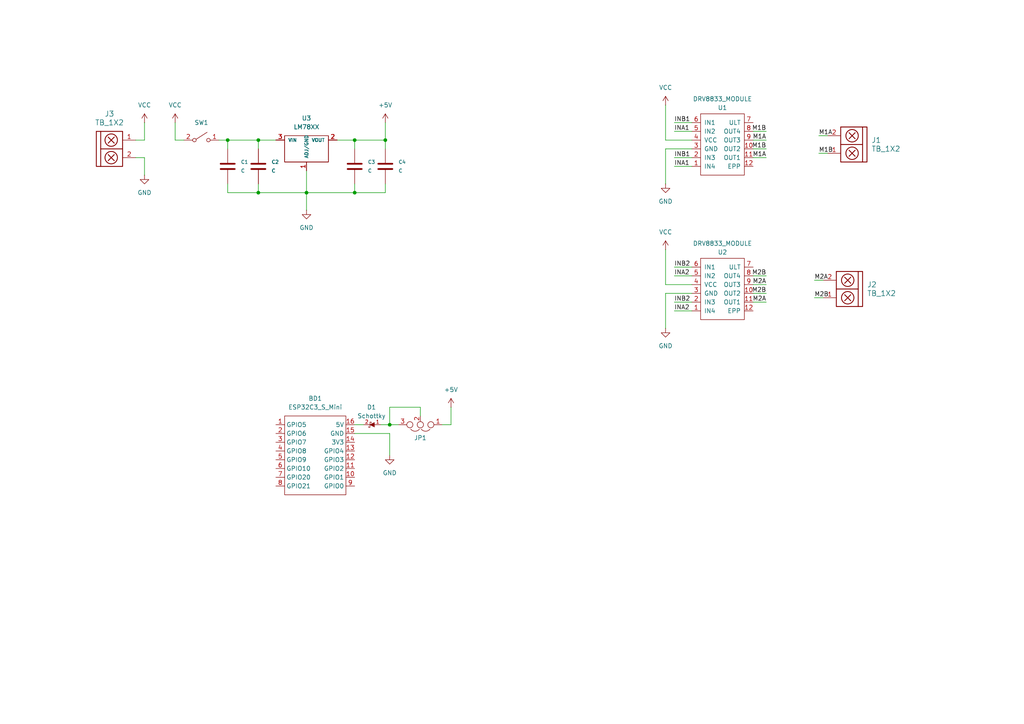
<source format=kicad_sch>
(kicad_sch (version 20250114) (generator "eeschema") (generator_version "9.0")
  (paper "A4")
  (lib_symbols
    (symbol "Boards:ESP32C3_S_Mini"
      (property "Reference" "BD" (at 0 16.51 0))
      (property "Value" "ESP32C3_S_Mini" (at 0 13.97 0))
      (symbol "ESP32C3_S_Mini_0_1"
        (rectangle (start -8.89 11.43) (end 8.89 -11.43))
      )
      (symbol "ESP32C3_S_Mini_1_1"
        (pin bidirectional line (at -11.43 8.89 0) (length 2.54) (name "GPIO5") (number "1"))
        (pin bidirectional line (at -11.43 6.35 0) (length 2.54) (name "GPIO6") (number "2"))
        (pin bidirectional line (at -11.43 3.81 0) (length 2.54) (name "GPIO7") (number "3"))
        (pin bidirectional line (at -11.43 1.27 0) (length 2.54) (name "GPIO8") (number "4"))
        (pin bidirectional line (at -11.43 -1.27 0) (length 2.54) (name "GPIO9") (number "5"))
        (pin bidirectional line (at -11.43 -3.81 0) (length 2.54) (name "GPIO10") (number "6"))
        (pin bidirectional line (at -11.43 -6.35 0) (length 2.54) (name "GPIO20") (number "7"))
        (pin bidirectional line (at -11.43 -8.89 0) (length 2.54) (name "GPIO21") (number "8"))
        (pin passive line (at 11.43 8.89 180) (length 2.54) (name "5V") (number "16"))
        (pin passive line (at 11.43 6.35 180) (length 2.54) (name "GND") (number "15"))
        (pin power_out line (at 11.43 3.81 180) (length 2.54) (name "3V3") (number "14"))
        (pin bidirectional line (at 11.43 1.27 180) (length 2.54) (name "GPIO4") (number "13"))
        (pin bidirectional line (at 11.43 -1.27 180) (length 2.54) (name "GPIO3") (number "12"))
        (pin bidirectional line (at 11.43 -3.81 180) (length 2.54) (name "GPIO2") (number "11"))
        (pin bidirectional line (at 11.43 -6.35 180) (length 2.54) (name "GPIO1") (number "10"))
        (pin bidirectional line (at 11.43 -8.89 180) (length 2.54) (name "GPIO0") (number "9"))
      )
    )
    (symbol "Diodes:Schottky" (pin_names (offset 1.016) (hide yes))
      (property "Reference" "D" (at 0 3.81 0))
      (property "Value" "Schottky" (at 0 2.54 0))
      (symbol "Schottky_0_1"
        (polyline (pts (xy 0.635 0) (xy 0.635 0.762) (xy 1.016 0.762) (xy 1.016 0.508)))
        (polyline (pts (xy 0.635 0) (xy 0.635 -0.762) (xy 0.254 -0.762) (xy 0.254 -0.508)))
      )
      (symbol "Schottky_1_1"
        (polyline (pts (xy -0.635 0.635) (xy -0.635 -0.635) (xy 0.635 0) (xy -0.635 0.635)) (fill (type outline)))
        (pin passive line (at -2.54 0 0) (length 1.905) (name "A") (number "1"))
        (pin passive line (at 2.54 0 180) (length 1.905) (name "K") (number "2"))
      )
    )
    (symbol "EESTN5:C" (pin_numbers (hide yes)) (pin_names (offset 0.254))
      (property "Reference" "C" (at 0 2.54 0))
      (property "Value" "C" (at 0.1524 -2.159 0))
      (symbol "C_0_1"
        (polyline (pts (xy -2.032 0.762) (xy 2.032 0.762)) (stroke (width 0.508)))
        (polyline (pts (xy -2.032 -0.762) (xy 2.032 -0.762)) (stroke (width 0.508)))
      )
      (symbol "C_1_1"
        (pin passive line (at 0 5.08 270) (length 4.318) (name "~") (number "1"))
        (pin passive line (at 0 -5.08 90) (length 4.318) (name "~") (number "2"))
      )
    )
    (symbol "EESTN5:Jumper_NC_Dual" (pin_names (offset 0.762) (hide yes))
      (property "Reference" "JP" (at 1.27 -2.54 0))
      (symbol "Jumper_NC_Dual_0_1"
        (circle (center -3.048 0) (radius 0.889))
        (arc (start -2.794 1.27) (mid -1.524 1.8804) (end -0.254 1.27))
        (circle (center 0 0) (radius 0.9144))
        (arc (start 0.254 1.27) (mid 1.524 1.8804) (end 2.794 1.27))
        (circle (center 3.048 0) (radius 0.889))
        (pin passive line (at -6.35 0 0) (length 2.413) (name "1") (number "1"))
        (pin passive line (at 0 -2.54 90) (length 1.524) (name "2") (number "2"))
        (pin passive line (at 6.35 0 180) (length 2.413) (name "3") (number "3"))
      )
    )
    (symbol "EESTN5:TB_1X2" (pin_names (offset 1.016))
      (property "Reference" "J" (at 0 7.62 0))
      (property "Value" "TB_1X2" (at 1.27 -7.62 0))
      (symbol "TB_1X2_0_1"
        (rectangle (start -2.54 5.08) (end 5.08 -5.08) (stroke (width 0.254)))
        (polyline (pts (xy -1.27 5.08) (xy -1.27 -5.08)) (stroke (width 0.254)))
        (polyline (pts (xy -1.27 0) (xy 5.08 0)) (stroke (width 0.254)))
        (polyline (pts (xy 0.889 3.429) (xy 2.667 1.651)) (stroke (width 0.254)))
        (polyline (pts (xy 0.889 1.651) (xy 2.667 3.429)) (stroke (width 0.254)))
        (polyline (pts (xy 0.889 -1.651) (xy 2.667 -3.429)) (stroke (width 0.254)))
        (polyline (pts (xy 0.889 -3.429) (xy 2.667 -1.651)) (stroke (width 0.254)))
        (circle (center 1.778 2.54) (radius 1.8034) (stroke (width 0.254)))
        (circle (center 1.778 -2.54) (radius 1.8034) (stroke (width 0.254)))
      )
      (symbol "TB_1X2_1_1"
        (pin input line (at 8.89 2.54 180) (length 3.81) (name "~") (number "1"))
        (pin input line (at 8.89 -2.54 180) (length 3.81) (name "~") (number "2"))
      )
    )
    (symbol "MacroLib:DRV8833_MODULE" (pin_names (offset 1.016))
      (property "Reference" "U" (at 0 12.7 0))
      (property "Value" "DRV8833_MODULE" (at 0 10.16 0))
      (symbol "DRV8833_MODULE_0_1"
        (rectangle (start -6.35 8.89) (end 6.35 -8.89))
      )
      (symbol "DRV8833_MODULE_1_1"
        (pin input line (at -8.89 6.35 0) (length 2.54) (name "IN4") (number "1"))
        (pin input line (at -8.89 3.81 0) (length 2.54) (name "IN3") (number "2"))
        (pin power_in line (at -8.89 1.27 0) (length 2.54) (name "GND") (number "3"))
        (pin power_in line (at -8.89 -1.27 0) (length 2.54) (name "VCC") (number "4"))
        (pin input line (at -8.89 -3.81 0) (length 2.54) (name "IN2") (number "5"))
        (pin input line (at -8.89 -6.35 0) (length 2.54) (name "IN1") (number "6"))
        (pin input line (at 8.89 6.35 180) (length 2.54) (name "EPP") (number "12"))
        (pin output line (at 8.89 3.81 180) (length 2.54) (name "OUT1") (number "11"))
        (pin output line (at 8.89 1.27 180) (length 2.54) (name "OUT2") (number "10"))
        (pin output line (at 8.89 -1.27 180) (length 2.54) (name "OUT3") (number "9"))
        (pin output line (at 8.89 -3.81 180) (length 2.54) (name "OUT4") (number "8"))
        (pin output line (at 8.89 -6.35 180) (length 2.54) (name "ULT") (number "7"))
      )
    )
    (symbol "MacroLib:LM78XX" (pin_names (offset 1.016))
      (property "Reference" "U" (at 0 6.985 0))
      (property "Value" "LM78XX" (at 0.127 5.08 0))
      (symbol "LM78XX_1_1"
        (rectangle (start -6.35 3.81) (end 6.35 -3.81))
        (rectangle (start -6.35 3.81) (end 6.35 -3.81))
        (pin input line (at -8.89 2.54 0) (length 2.54) (name "VIN") (number "3"))
        (pin input line (at -8.89 2.54 0) (length 2.54) (name "VIN") (number "3"))
        (pin input line (at 0 -6.35 90) (length 2.54) (name "ADJ/GND") (number "1"))
        (pin input line (at 8.89 2.54 180) (length 2.54) (name "VOUT") (number "2"))
        (pin input line (at 8.89 2.54 180) (length 2.54) (name "VOUT") (number "2"))
      )
    )
    (symbol "SW:SW_SPST" (pin_names (offset 0) (hide yes))
      (property "Reference" "SW" (at 0 4.318 0))
      (symbol "SW_SPST_0_0"
        (circle (center -2.032 0) (radius 0.508))
      )
      (symbol "SW_SPST_0_1"
        (polyline (pts (xy -1.524 0.254) (xy 1.651 2.286)))
        (circle (center 2.032 0) (radius 0.508))
      )
      (symbol "SW_SPST_1_1"
        (pin passive line (at -5.08 0 0) (length 2.54) (name "B") (number "2"))
        (pin passive line (at 5.08 0 180) (length 2.54) (name "A") (number "1"))
      )
    )
    (symbol "power:+5V" (power) (pin_numbers (hide yes)) (pin_names (offset 0) (hide yes))
      (property "Value" "+5V" (at 0 3.556 0))
      (symbol "+5V_0_1"
        (polyline (pts (xy -0.762 1.27) (xy 0 2.54)))
        (polyline (pts (xy 0 2.54) (xy 0.762 1.27)))
        (polyline (pts (xy 0 0) (xy 0 2.54)))
      )
      (symbol "+5V_1_1"
        (pin power_in line (at 0 0 90) (length 0) (name "~") (number "1"))
      )
    )
    (symbol "power:GND" (power) (pin_numbers (hide yes)) (pin_names (offset 0) (hide yes))
      (property "Value" "GND" (at 0 -3.81 0))
      (symbol "GND_0_1"
        (polyline (pts (xy 0 0) (xy 0 -1.27) (xy 1.27 -1.27) (xy 0 -2.54) (xy -1.27 -1.27) (xy 0 -1.27)))
      )
      (symbol "GND_1_1"
        (pin power_in line (at 0 0 270) (length 0) (name "~") (number "1"))
      )
    )
    (symbol "power:VCC" (power) (pin_numbers (hide yes)) (pin_names (offset 0) (hide yes))
      (property "Value" "VCC" (at 0 3.556 0))
      (symbol "VCC_0_1"
        (polyline (pts (xy -0.762 1.27) (xy 0 2.54)))
        (polyline (pts (xy 0 2.54) (xy 0.762 1.27)))
        (polyline (pts (xy 0 0) (xy 0 2.54)))
      )
      (symbol "VCC_1_1"
        (pin power_in line (at 0 0 90) (length 0) (name "~") (number "1"))
      )
    )
  )
  (junction (at 102.87 55.88))
  (junction (at 88.9 55.88))
  (junction (at 74.93 55.88))
  (junction (at 66.04 40.64))
  (junction (at 102.87 40.64))
  (junction (at 74.93 40.64))
  (junction (at 111.76 40.64))
  (junction (at 113.03 123.19))
  (wire (pts (xy 218.44 85.09) (xy 222.25 85.09)))
  (wire (pts (xy 113.03 123.19) (xy 113.03 118.11)))
  (wire (pts (xy 195.58 35.56) (xy 200.66 35.56)))
  (wire (pts (xy 195.58 48.26) (xy 200.66 48.26)))
  (wire (pts (xy 195.58 38.1) (xy 200.66 38.1)))
  (wire (pts (xy 193.04 43.18) (xy 200.66 43.18)))
  (wire (pts (xy 102.87 53.34) (xy 102.87 55.88)))
  (wire (pts (xy 41.91 45.72) (xy 39.37 45.72)))
  (wire (pts (xy 193.04 82.55) (xy 200.66 82.55)))
  (wire (pts (xy 111.76 53.34) (xy 111.76 55.88)))
  (wire (pts (xy 236.22 81.28) (xy 238.76 81.28)))
  (wire (pts (xy 113.03 118.11) (xy 121.92 118.11)))
  (wire (pts (xy 41.91 40.64) (xy 39.37 40.64)))
  (wire (pts (xy 218.44 87.63) (xy 222.25 87.63)))
  (wire (pts (xy 66.04 40.64) (xy 74.93 40.64)))
  (wire (pts (xy 102.87 125.73) (xy 113.03 125.73)))
  (wire (pts (xy 74.93 40.64) (xy 80.01 40.64)))
  (wire (pts (xy 88.9 55.88) (xy 88.9 60.96)))
  (wire (pts (xy 193.04 72.39) (xy 193.04 82.55)))
  (wire (pts (xy 113.03 125.73) (xy 113.03 132.08)))
  (wire (pts (xy 237.49 44.45) (xy 240.03 44.45)))
  (wire (pts (xy 50.8 40.64) (xy 53.34 40.64)))
  (wire (pts (xy 193.04 95.25) (xy 193.04 85.09)))
  (wire (pts (xy 41.91 35.56) (xy 41.91 40.64)))
  (wire (pts (xy 102.87 55.88) (xy 111.76 55.88)))
  (wire (pts (xy 66.04 40.64) (xy 66.04 43.18)))
  (wire (pts (xy 97.79 40.64) (xy 102.87 40.64)))
  (wire (pts (xy 66.04 55.88) (xy 66.04 53.34)))
  (wire (pts (xy 113.03 123.19) (xy 115.57 123.19)))
  (wire (pts (xy 193.04 53.34) (xy 193.04 43.18)))
  (wire (pts (xy 102.87 55.88) (xy 88.9 55.88)))
  (wire (pts (xy 74.93 55.88) (xy 88.9 55.88)))
  (wire (pts (xy 121.92 118.11) (xy 121.92 120.65)))
  (wire (pts (xy 195.58 90.17) (xy 200.66 90.17)))
  (wire (pts (xy 218.44 40.64) (xy 222.25 40.64)))
  (wire (pts (xy 195.58 87.63) (xy 200.66 87.63)))
  (wire (pts (xy 111.76 35.56) (xy 111.76 40.64)))
  (wire (pts (xy 193.04 30.48) (xy 193.04 40.64)))
  (wire (pts (xy 63.5 40.64) (xy 66.04 40.64)))
  (wire (pts (xy 218.44 45.72) (xy 222.25 45.72)))
  (wire (pts (xy 195.58 80.01) (xy 200.66 80.01)))
  (wire (pts (xy 130.81 118.11) (xy 130.81 123.19)))
  (wire (pts (xy 218.44 82.55) (xy 222.25 82.55)))
  (wire (pts (xy 50.8 35.56) (xy 50.8 40.64)))
  (wire (pts (xy 110.49 123.19) (xy 113.03 123.19)))
  (wire (pts (xy 218.44 80.01) (xy 222.25 80.01)))
  (wire (pts (xy 41.91 50.8) (xy 41.91 45.72)))
  (wire (pts (xy 74.93 53.34) (xy 74.93 55.88)))
  (wire (pts (xy 111.76 43.18) (xy 111.76 40.64)))
  (wire (pts (xy 195.58 77.47) (xy 200.66 77.47)))
  (wire (pts (xy 193.04 40.64) (xy 200.66 40.64)))
  (wire (pts (xy 74.93 43.18) (xy 74.93 40.64)))
  (wire (pts (xy 237.49 39.37) (xy 240.03 39.37)))
  (wire (pts (xy 195.58 45.72) (xy 200.66 45.72)))
  (wire (pts (xy 111.76 40.64) (xy 102.87 40.64)))
  (wire (pts (xy 236.22 86.36) (xy 238.76 86.36)))
  (wire (pts (xy 102.87 40.64) (xy 102.87 43.18)))
  (wire (pts (xy 193.04 85.09) (xy 200.66 85.09)))
  (wire (pts (xy 218.44 38.1) (xy 222.25 38.1)))
  (wire (pts (xy 128.27 123.19) (xy 130.81 123.19)))
  (wire (pts (xy 88.9 55.88) (xy 88.9 49.53)))
  (wire (pts (xy 74.93 55.88) (xy 66.04 55.88)))
  (wire (pts (xy 218.44 43.18) (xy 222.25 43.18)))
  (wire (pts (xy 102.87 123.19) (xy 105.41 123.19)))
  (label "M1A" (at 222.25 40.64 180))
  (label "M2B" (at 236.22 86.36 0))
  (label "M2A" (at 222.25 82.55 180))
  (label "M1A" (at 237.49 39.37 0))
  (label "M2A" (at 236.22 81.28 0))
  (label "INA1" (at 195.58 48.26 0))
  (label "INB2" (at 195.58 87.63 0))
  (label "M1B" (at 237.49 44.45 0))
  (label "M1B" (at 222.25 43.18 180))
  (label "M1B" (at 222.25 38.1 180))
  (label "INA2" (at 195.58 90.17 0))
  (label "INB1" (at 195.58 45.72 0))
  (label "INB2" (at 195.58 77.47 0))
  (label "M1A" (at 222.25 45.72 180))
  (label "INA1" (at 195.58 38.1 0))
  (label "M2B" (at 222.25 85.09 180))
  (label "M2A" (at 222.25 87.63 180))
  (label "M2B" (at 222.25 80.01 180))
  (label "INB1" (at 195.58 35.56 0))
  (label "INA2" (at 195.58 80.01 0))
  (symbol (lib_id "power:GND") (at 88.9 60.96 0) (unit 1)
    (property "Reference" "#PWR04" (effects (hide yes)))
    (property "Value" "GND" (at 88.9 66.04 0))
    (property "Description" "Power symbol creates a global label with name \"GND\" , ground" (effects (hide yes)))
  )
  (symbol (lib_id "EESTN5:C") (at 66.04 48.26 0) (unit 1)
    (property "Reference" "C1" (at 69.85 46.9899 0) (effects (font (size 1.016 1.016)) (justify left)))
    (property "Value" "C" (at 69.85 49.5299 0) (effects (font (size 1.016 1.016)) (justify left)))
  )
  (symbol (lib_id "power:GND") (at 113.03 132.08 0) (unit 1)
    (property "Reference" "#PWR011" (effects (hide yes)))
    (property "Value" "GND" (at 113.03 137.16 0))
    (property "Description" "Power symbol creates a global label with name \"GND\" , ground" (effects (hide yes)))
  )
  (symbol (lib_id "EESTN5:TB_1X2") (at 248.92 41.91 180) (unit 1)
    (property "Reference" "J1" (at 252.73 40.6399 0) (effects (font (size 1.524 1.524)) (justify right)))
    (property "Value" "TB_1X2" (at 252.73 43.1799 0) (effects (font (size 1.524 1.524)) (justify right)))
  )
  (symbol (lib_id "power:+5V") (at 111.76 35.56 0) (unit 1)
    (property "Reference" "#PWR05" (effects (hide yes)))
    (property "Value" "+5V" (at 111.76 30.48 0))
    (property "Description" "Power symbol creates a global label with name \"+5V\"" (effects (hide yes)))
  )
  (symbol (lib_id "EESTN5:C") (at 111.76 48.26 0) (unit 1)
    (property "Reference" "C4" (at 115.57 46.9899 0) (effects (font (size 1.016 1.016)) (justify left)))
    (property "Value" "C" (at 115.57 49.5299 0) (effects (font (size 1.016 1.016)) (justify left)))
  )
  (symbol (lib_id "power:VCC") (at 50.8 35.56 0) (unit 1)
    (property "Reference" "#PWR03" (effects (hide yes)))
    (property "Value" "VCC" (at 50.8 30.48 0))
    (property "Description" "Power symbol creates a global label with name \"VCC\"" (effects (hide yes)))
  )
  (symbol (lib_id "EESTN5:TB_1X2") (at 247.65 83.82 180) (unit 1)
    (property "Reference" "J2" (at 251.46 82.5499 0) (effects (font (size 1.524 1.524)) (justify right)))
    (property "Value" "TB_1X2" (at 251.46 85.0899 0) (effects (font (size 1.524 1.524)) (justify right)))
  )
  (symbol (lib_id "power:GND") (at 193.04 53.34 0) (unit 1)
    (property "Reference" "#PWR07" (effects (hide yes)))
    (property "Value" "GND" (at 193.04 58.42 0))
    (property "Description" "Power symbol creates a global label with name \"GND\" , ground" (effects (hide yes)))
  )
  (symbol (lib_id "EESTN5:C") (at 74.93 48.26 0) (unit 1)
    (property "Reference" "C2" (at 78.74 46.9899 0) (effects (font (size 1.016 1.016)) (justify left)))
    (property "Value" "C" (at 78.74 49.5299 0) (effects (font (size 1.016 1.016)) (justify left)))
  )
  (symbol (lib_id "EESTN5:Jumper_NC_Dual") (at 121.92 123.19 180) (unit 1)
    (property "Reference" "JP1" (at 121.92 127 0))
    (property "Value" "Jumper_NC_Dual" (effects (hide yes)))
    (property "Description" "Dual Jumper, normally closed" (effects (hide yes)))
  )
  (symbol (lib_id "EESTN5:C") (at 102.87 48.26 0) (unit 1)
    (property "Reference" "C3" (at 106.68 46.9899 0) (effects (font (size 1.016 1.016)) (justify left)))
    (property "Value" "C" (at 106.68 49.5299 0) (effects (font (size 1.016 1.016)) (justify left)))
  )
  (symbol (lib_id "power:VCC") (at 193.04 30.48 0) (unit 1)
    (property "Reference" "#PWR06" (effects (hide yes)))
    (property "Value" "VCC" (at 193.04 25.4 0))
    (property "Description" "Power symbol creates a global label with name \"VCC\"" (effects (hide yes)))
  )
  (symbol (lib_id "power:GND") (at 193.04 95.25 0) (unit 1)
    (property "Reference" "#PWR08" (effects (hide yes)))
    (property "Value" "GND" (at 193.04 100.33 0))
    (property "Description" "Power symbol creates a global label with name \"GND\" , ground" (effects (hide yes)))
  )
  (symbol (lib_id "power:VCC") (at 193.04 72.39 0) (unit 1)
    (property "Reference" "#PWR09" (effects (hide yes)))
    (property "Value" "VCC" (at 193.04 67.31 0))
    (property "Description" "Power symbol creates a global label with name \"VCC\"" (effects (hide yes)))
  )
  (symbol (lib_id "power:VCC") (at 41.91 35.56 0) (unit 1)
    (property "Reference" "#PWR01" (effects (hide yes)))
    (property "Value" "VCC" (at 41.91 30.48 0))
    (property "Description" "Power symbol creates a global label with name \"VCC\"" (effects (hide yes)))
  )
  (symbol (lib_id "MacroLib:DRV8833_MODULE") (at 209.55 83.82 0) (mirror x) (unit 1)
    (property "Reference" "U2" (at 209.55 73.152 0))
    (property "Value" "DRV8833_MODULE" (at 209.55 70.612 0))
  )
  (symbol (lib_id "EESTN5:TB_1X2") (at 30.48 43.18 0) (unit 1)
    (property "Reference" "J3" (at 31.75 33.02 0) (effects (font (size 1.524 1.524))))
    (property "Value" "TB_1X2" (at 31.75 35.56 0) (effects (font (size 1.524 1.524))))
  )
  (symbol (lib_id "SW:SW_SPST") (at 58.42 40.64 0) (unit 1)
    (property "Reference" "SW1" (at 58.42 35.56 0))
    (property "Value" "SW_SPST" (effects (hide yes)))
    (property "Description" "Switch, single pole single throw" (effects (hide yes)))
  )
  (symbol (lib_id "Boards:ESP32C3_S_Mini") (at 91.44 132.08 0) (unit 1)
    (property "Reference" "BD1" (at 91.44 115.57 0))
    (property "Value" "ESP32C3_S_Mini" (at 91.44 118.11 0))
  )
  (symbol (lib_id "Diodes:Schottky") (at 107.95 123.19 180) (unit 1)
    (property "Reference" "D1" (at 107.7595 118.11 0))
    (property "Value" "Schottky" (at 107.7595 120.65 0))
  )
  (symbol (lib_id "power:GND") (at 41.91 50.8 0) (unit 1)
    (property "Reference" "#PWR02" (effects (hide yes)))
    (property "Value" "GND" (at 41.91 55.88 0))
    (property "Description" "Power symbol creates a global label with name \"GND\" , ground" (effects (hide yes)))
  )
  (symbol (lib_id "MacroLib:DRV8833_MODULE") (at 209.55 41.91 0) (mirror x) (unit 1)
    (property "Reference" "U1" (at 209.55 31.242 0))
    (property "Value" "DRV8833_MODULE" (at 209.55 28.702 0))
  )
  (symbol (lib_id "MacroLib:LM78XX") (at 88.9 43.18 0) (unit 1)
    (property "Reference" "U3" (at 88.9 34.29 0))
    (property "Value" "LM78XX" (at 88.9 36.83 0))
  )
  (symbol (lib_id "power:+5V") (at 130.81 118.11 0) (unit 1)
    (property "Reference" "#PWR010" (effects (hide yes)))
    (property "Value" "+5V" (at 130.81 113.03 0))
    (property "Description" "Power symbol creates a global label with name \"+5V\"" (effects (hide yes)))
  )
)
</source>
